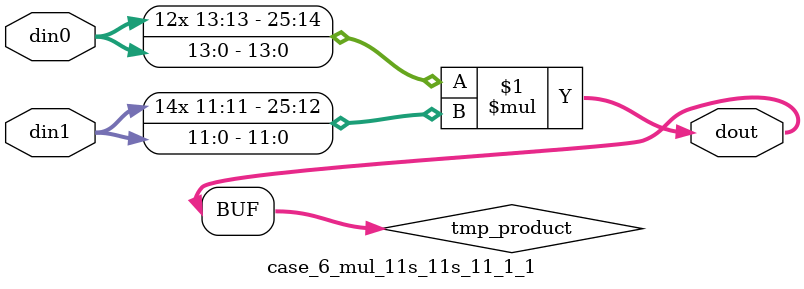
<source format=v>

`timescale 1 ns / 1 ps

 module case_6_mul_11s_11s_11_1_1(din0, din1, dout);
parameter ID = 1;
parameter NUM_STAGE = 0;
parameter din0_WIDTH = 14;
parameter din1_WIDTH = 12;
parameter dout_WIDTH = 26;

input [din0_WIDTH - 1 : 0] din0; 
input [din1_WIDTH - 1 : 0] din1; 
output [dout_WIDTH - 1 : 0] dout;

wire signed [dout_WIDTH - 1 : 0] tmp_product;



























assign tmp_product = $signed(din0) * $signed(din1);








assign dout = tmp_product;





















endmodule

</source>
